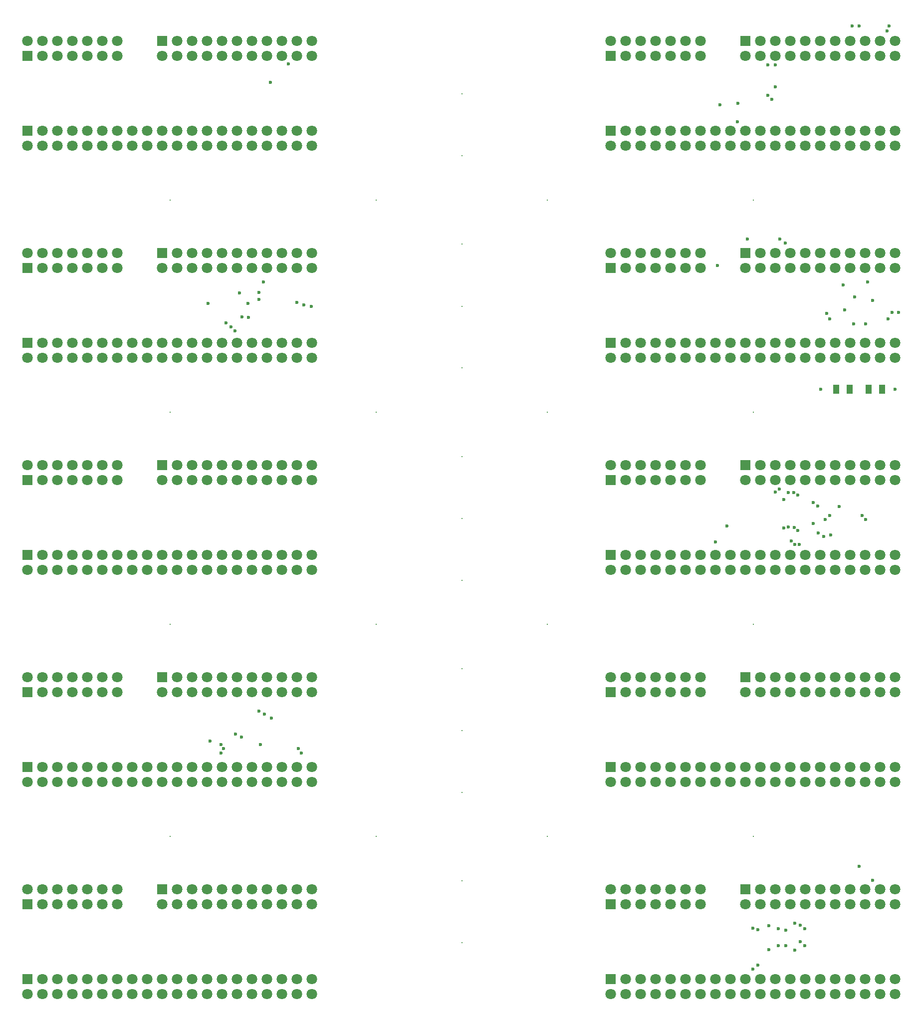
<source format=gbs>
G04*
G04 #@! TF.GenerationSoftware,Altium Limited,Altium Designer,22.2.1 (43)*
G04*
G04 Layer_Color=16711935*
%FSLAX24Y24*%
%MOIN*%
G70*
G04*
G04 #@! TF.SameCoordinates,419A5C8F-83EA-46CD-B97C-ABCF89401922*
G04*
G04*
G04 #@! TF.FilePolarity,Negative*
G04*
G01*
G75*
%ADD34C,0.0710*%
%ADD35R,0.0710X0.0710*%
%ADD36C,0.0080*%
%ADD37C,0.0236*%
%ADD42R,0.0434X0.0592*%
D34*
X51724Y61136D02*
D03*
Y60136D02*
D03*
X48724D02*
D03*
X49724D02*
D03*
Y61136D02*
D03*
X50724Y60136D02*
D03*
Y61136D02*
D03*
X52724D02*
D03*
Y60136D02*
D03*
X53724Y61136D02*
D03*
Y60136D02*
D03*
X54724Y61136D02*
D03*
Y60136D02*
D03*
X55724Y61136D02*
D03*
Y60136D02*
D03*
X56724Y61136D02*
D03*
Y60136D02*
D03*
X57724Y61136D02*
D03*
Y60136D02*
D03*
X58724Y61136D02*
D03*
Y60136D02*
D03*
X59724Y61136D02*
D03*
Y60136D02*
D03*
X60724Y61136D02*
D03*
Y60136D02*
D03*
X61724Y61136D02*
D03*
Y60136D02*
D03*
X62724Y61136D02*
D03*
Y60136D02*
D03*
X63724Y61136D02*
D03*
Y60136D02*
D03*
X64724Y61136D02*
D03*
Y60136D02*
D03*
X65724Y61136D02*
D03*
Y60136D02*
D03*
X66724Y61136D02*
D03*
Y60136D02*
D03*
X67724Y61136D02*
D03*
Y60136D02*
D03*
X54724Y67136D02*
D03*
Y66136D02*
D03*
X53724Y67136D02*
D03*
Y66136D02*
D03*
X52724Y67136D02*
D03*
Y66136D02*
D03*
X50724D02*
D03*
Y67136D02*
D03*
X49724Y66136D02*
D03*
Y67136D02*
D03*
X48724D02*
D03*
X51724D02*
D03*
Y66136D02*
D03*
X67724D02*
D03*
Y67136D02*
D03*
X60724D02*
D03*
Y66136D02*
D03*
X57724D02*
D03*
X58724D02*
D03*
Y67136D02*
D03*
X59724Y66136D02*
D03*
Y67136D02*
D03*
X61724D02*
D03*
Y66136D02*
D03*
X62724Y67136D02*
D03*
Y66136D02*
D03*
X63724Y67136D02*
D03*
Y66136D02*
D03*
X64724Y67136D02*
D03*
Y66136D02*
D03*
X65724Y67136D02*
D03*
Y66136D02*
D03*
X66724Y67136D02*
D03*
Y66136D02*
D03*
X51724Y51963D02*
D03*
Y52963D02*
D03*
X48724D02*
D03*
X49724D02*
D03*
Y51963D02*
D03*
X50724Y52963D02*
D03*
Y51963D02*
D03*
X52724D02*
D03*
Y52963D02*
D03*
X53724Y51963D02*
D03*
Y52963D02*
D03*
X54724Y51963D02*
D03*
Y52963D02*
D03*
X51724Y37789D02*
D03*
Y38789D02*
D03*
X48724D02*
D03*
X49724D02*
D03*
Y37789D02*
D03*
X50724Y38789D02*
D03*
Y37789D02*
D03*
X52724D02*
D03*
Y38789D02*
D03*
X53724Y37789D02*
D03*
Y38789D02*
D03*
X54724Y37789D02*
D03*
Y38789D02*
D03*
X51724Y23616D02*
D03*
Y24616D02*
D03*
X48724D02*
D03*
X49724D02*
D03*
Y23616D02*
D03*
X50724Y24616D02*
D03*
Y23616D02*
D03*
X52724D02*
D03*
Y24616D02*
D03*
X53724Y23616D02*
D03*
Y24616D02*
D03*
X54724Y23616D02*
D03*
Y24616D02*
D03*
X51724Y9443D02*
D03*
Y10443D02*
D03*
X48724D02*
D03*
X49724D02*
D03*
Y9443D02*
D03*
X50724Y10443D02*
D03*
Y9443D02*
D03*
X52724D02*
D03*
Y10443D02*
D03*
X53724Y9443D02*
D03*
Y10443D02*
D03*
X54724Y9443D02*
D03*
Y10443D02*
D03*
X12748Y66136D02*
D03*
Y67136D02*
D03*
X9748D02*
D03*
X10748D02*
D03*
Y66136D02*
D03*
X11748Y67136D02*
D03*
Y66136D02*
D03*
X13748D02*
D03*
Y67136D02*
D03*
X14748Y66136D02*
D03*
Y67136D02*
D03*
X15748Y66136D02*
D03*
Y67136D02*
D03*
X12748Y51963D02*
D03*
Y52963D02*
D03*
X9748D02*
D03*
X10748D02*
D03*
Y51963D02*
D03*
X11748Y52963D02*
D03*
Y51963D02*
D03*
X13748D02*
D03*
Y52963D02*
D03*
X14748Y51963D02*
D03*
Y52963D02*
D03*
X15748Y51963D02*
D03*
Y52963D02*
D03*
X12748Y37789D02*
D03*
Y38789D02*
D03*
X9748D02*
D03*
X10748D02*
D03*
Y37789D02*
D03*
X11748Y38789D02*
D03*
Y37789D02*
D03*
X13748D02*
D03*
Y38789D02*
D03*
X14748Y37789D02*
D03*
Y38789D02*
D03*
X15748Y37789D02*
D03*
Y38789D02*
D03*
X12748Y23616D02*
D03*
Y24616D02*
D03*
X9748D02*
D03*
X10748D02*
D03*
Y23616D02*
D03*
X11748Y24616D02*
D03*
Y23616D02*
D03*
X13748D02*
D03*
Y24616D02*
D03*
X14748Y23616D02*
D03*
Y24616D02*
D03*
X15748Y23616D02*
D03*
Y24616D02*
D03*
X12748Y9443D02*
D03*
Y10443D02*
D03*
X9748D02*
D03*
X10748D02*
D03*
Y9443D02*
D03*
X11748Y10443D02*
D03*
Y9443D02*
D03*
X13748D02*
D03*
Y10443D02*
D03*
X14748Y9443D02*
D03*
Y10443D02*
D03*
X15748Y9443D02*
D03*
Y10443D02*
D03*
X66724Y37789D02*
D03*
Y38789D02*
D03*
X65724Y37789D02*
D03*
Y38789D02*
D03*
X64724Y37789D02*
D03*
Y38789D02*
D03*
X63724Y37789D02*
D03*
Y38789D02*
D03*
X62724Y37789D02*
D03*
Y38789D02*
D03*
X61724Y37789D02*
D03*
Y38789D02*
D03*
X59724D02*
D03*
Y37789D02*
D03*
X58724Y38789D02*
D03*
Y37789D02*
D03*
X57724D02*
D03*
X60724D02*
D03*
Y38789D02*
D03*
X67724D02*
D03*
Y37789D02*
D03*
X66724Y51963D02*
D03*
Y52963D02*
D03*
X65724Y51963D02*
D03*
Y52963D02*
D03*
X64724Y51963D02*
D03*
Y52963D02*
D03*
X63724Y51963D02*
D03*
Y52963D02*
D03*
X62724Y51963D02*
D03*
Y52963D02*
D03*
X61724Y51963D02*
D03*
Y52963D02*
D03*
X59724D02*
D03*
Y51963D02*
D03*
X58724Y52963D02*
D03*
Y51963D02*
D03*
X57724D02*
D03*
X60724D02*
D03*
Y52963D02*
D03*
X67724D02*
D03*
Y51963D02*
D03*
Y45963D02*
D03*
Y46963D02*
D03*
X66724Y45963D02*
D03*
Y46963D02*
D03*
X65724Y45963D02*
D03*
Y46963D02*
D03*
X64724Y45963D02*
D03*
Y46963D02*
D03*
X63724Y45963D02*
D03*
Y46963D02*
D03*
X62724Y45963D02*
D03*
Y46963D02*
D03*
X61724Y45963D02*
D03*
Y46963D02*
D03*
X60724Y45963D02*
D03*
Y46963D02*
D03*
X59724Y45963D02*
D03*
Y46963D02*
D03*
X58724Y45963D02*
D03*
Y46963D02*
D03*
X57724Y45963D02*
D03*
Y46963D02*
D03*
X56724Y45963D02*
D03*
Y46963D02*
D03*
X55724Y45963D02*
D03*
Y46963D02*
D03*
X54724Y45963D02*
D03*
Y46963D02*
D03*
X53724Y45963D02*
D03*
Y46963D02*
D03*
X52724Y45963D02*
D03*
Y46963D02*
D03*
X50724D02*
D03*
Y45963D02*
D03*
X49724Y46963D02*
D03*
Y45963D02*
D03*
X48724D02*
D03*
X51724D02*
D03*
Y46963D02*
D03*
X67724Y31789D02*
D03*
Y32789D02*
D03*
X66724Y31789D02*
D03*
Y32789D02*
D03*
X65724Y31789D02*
D03*
Y32789D02*
D03*
X64724Y31789D02*
D03*
Y32789D02*
D03*
X63724Y31789D02*
D03*
Y32789D02*
D03*
X62724Y31789D02*
D03*
Y32789D02*
D03*
X61724Y31789D02*
D03*
Y32789D02*
D03*
X60724Y31789D02*
D03*
Y32789D02*
D03*
X59724Y31789D02*
D03*
Y32789D02*
D03*
X58724Y31789D02*
D03*
Y32789D02*
D03*
X57724Y31789D02*
D03*
Y32789D02*
D03*
X56724Y31789D02*
D03*
Y32789D02*
D03*
X55724Y31789D02*
D03*
Y32789D02*
D03*
X54724Y31789D02*
D03*
Y32789D02*
D03*
X53724Y31789D02*
D03*
Y32789D02*
D03*
X52724Y31789D02*
D03*
Y32789D02*
D03*
X50724D02*
D03*
Y31789D02*
D03*
X49724Y32789D02*
D03*
Y31789D02*
D03*
X48724D02*
D03*
X51724D02*
D03*
Y32789D02*
D03*
X66724Y23616D02*
D03*
Y24616D02*
D03*
X65724Y23616D02*
D03*
Y24616D02*
D03*
X64724Y23616D02*
D03*
Y24616D02*
D03*
X63724Y23616D02*
D03*
Y24616D02*
D03*
X62724Y23616D02*
D03*
Y24616D02*
D03*
X61724Y23616D02*
D03*
Y24616D02*
D03*
X59724D02*
D03*
Y23616D02*
D03*
X58724Y24616D02*
D03*
Y23616D02*
D03*
X57724D02*
D03*
X60724D02*
D03*
Y24616D02*
D03*
X67724D02*
D03*
Y23616D02*
D03*
Y17616D02*
D03*
Y18616D02*
D03*
X66724Y17616D02*
D03*
Y18616D02*
D03*
X65724Y17616D02*
D03*
Y18616D02*
D03*
X64724Y17616D02*
D03*
Y18616D02*
D03*
X63724Y17616D02*
D03*
Y18616D02*
D03*
X62724Y17616D02*
D03*
Y18616D02*
D03*
X61724Y17616D02*
D03*
Y18616D02*
D03*
X60724Y17616D02*
D03*
Y18616D02*
D03*
X59724Y17616D02*
D03*
Y18616D02*
D03*
X58724Y17616D02*
D03*
Y18616D02*
D03*
X57724Y17616D02*
D03*
Y18616D02*
D03*
X56724Y17616D02*
D03*
Y18616D02*
D03*
X55724Y17616D02*
D03*
Y18616D02*
D03*
X54724Y17616D02*
D03*
Y18616D02*
D03*
X53724Y17616D02*
D03*
Y18616D02*
D03*
X52724Y17616D02*
D03*
Y18616D02*
D03*
X50724D02*
D03*
Y17616D02*
D03*
X49724Y18616D02*
D03*
Y17616D02*
D03*
X48724D02*
D03*
X51724D02*
D03*
Y18616D02*
D03*
X66724Y9443D02*
D03*
Y10443D02*
D03*
X65724Y9443D02*
D03*
Y10443D02*
D03*
X64724Y9443D02*
D03*
Y10443D02*
D03*
X63724Y9443D02*
D03*
Y10443D02*
D03*
X62724Y9443D02*
D03*
Y10443D02*
D03*
X61724Y9443D02*
D03*
Y10443D02*
D03*
X59724D02*
D03*
Y9443D02*
D03*
X58724Y10443D02*
D03*
Y9443D02*
D03*
X57724D02*
D03*
X60724D02*
D03*
Y10443D02*
D03*
X67724D02*
D03*
Y9443D02*
D03*
Y3443D02*
D03*
Y4443D02*
D03*
X66724Y3443D02*
D03*
Y4443D02*
D03*
X65724Y3443D02*
D03*
Y4443D02*
D03*
X64724Y3443D02*
D03*
Y4443D02*
D03*
X63724Y3443D02*
D03*
Y4443D02*
D03*
X62724Y3443D02*
D03*
Y4443D02*
D03*
X61724Y3443D02*
D03*
Y4443D02*
D03*
X60724Y3443D02*
D03*
Y4443D02*
D03*
X59724Y3443D02*
D03*
Y4443D02*
D03*
X58724Y3443D02*
D03*
Y4443D02*
D03*
X57724Y3443D02*
D03*
Y4443D02*
D03*
X56724Y3443D02*
D03*
Y4443D02*
D03*
X55724Y3443D02*
D03*
Y4443D02*
D03*
X54724Y3443D02*
D03*
Y4443D02*
D03*
X53724Y3443D02*
D03*
Y4443D02*
D03*
X52724Y3443D02*
D03*
Y4443D02*
D03*
X50724D02*
D03*
Y3443D02*
D03*
X49724Y4443D02*
D03*
Y3443D02*
D03*
X48724D02*
D03*
X51724D02*
D03*
Y4443D02*
D03*
X27748Y66136D02*
D03*
Y67136D02*
D03*
X26748Y66136D02*
D03*
Y67136D02*
D03*
X25748Y66136D02*
D03*
Y67136D02*
D03*
X24748Y66136D02*
D03*
Y67136D02*
D03*
X23748Y66136D02*
D03*
Y67136D02*
D03*
X22748Y66136D02*
D03*
Y67136D02*
D03*
X20748D02*
D03*
Y66136D02*
D03*
X19748Y67136D02*
D03*
Y66136D02*
D03*
X18748D02*
D03*
X21748D02*
D03*
Y67136D02*
D03*
X28748D02*
D03*
Y66136D02*
D03*
Y60136D02*
D03*
Y61136D02*
D03*
X27748Y60136D02*
D03*
Y61136D02*
D03*
X26748Y60136D02*
D03*
Y61136D02*
D03*
X25748Y60136D02*
D03*
Y61136D02*
D03*
X24748Y60136D02*
D03*
Y61136D02*
D03*
X23748Y60136D02*
D03*
Y61136D02*
D03*
X22748Y60136D02*
D03*
Y61136D02*
D03*
X21748Y60136D02*
D03*
Y61136D02*
D03*
X20748Y60136D02*
D03*
Y61136D02*
D03*
X19748Y60136D02*
D03*
Y61136D02*
D03*
X18748Y60136D02*
D03*
Y61136D02*
D03*
X17748Y60136D02*
D03*
Y61136D02*
D03*
X16748Y60136D02*
D03*
Y61136D02*
D03*
X15748Y60136D02*
D03*
Y61136D02*
D03*
X14748Y60136D02*
D03*
Y61136D02*
D03*
X13748Y60136D02*
D03*
Y61136D02*
D03*
X11748D02*
D03*
Y60136D02*
D03*
X10748Y61136D02*
D03*
Y60136D02*
D03*
X9748D02*
D03*
X12748D02*
D03*
Y61136D02*
D03*
X27748Y51963D02*
D03*
Y52963D02*
D03*
X26748Y51963D02*
D03*
Y52963D02*
D03*
X25748Y51963D02*
D03*
Y52963D02*
D03*
X24748Y51963D02*
D03*
Y52963D02*
D03*
X23748Y51963D02*
D03*
Y52963D02*
D03*
X22748Y51963D02*
D03*
Y52963D02*
D03*
X20748D02*
D03*
Y51963D02*
D03*
X19748Y52963D02*
D03*
Y51963D02*
D03*
X18748D02*
D03*
X21748D02*
D03*
Y52963D02*
D03*
X28748D02*
D03*
Y51963D02*
D03*
Y45963D02*
D03*
Y46963D02*
D03*
X27748Y45963D02*
D03*
Y46963D02*
D03*
X26748Y45963D02*
D03*
Y46963D02*
D03*
X25748Y45963D02*
D03*
Y46963D02*
D03*
X24748Y45963D02*
D03*
Y46963D02*
D03*
X23748Y45963D02*
D03*
Y46963D02*
D03*
X22748Y45963D02*
D03*
Y46963D02*
D03*
X21748Y45963D02*
D03*
Y46963D02*
D03*
X20748Y45963D02*
D03*
Y46963D02*
D03*
X19748Y45963D02*
D03*
Y46963D02*
D03*
X18748Y45963D02*
D03*
Y46963D02*
D03*
X17748Y45963D02*
D03*
Y46963D02*
D03*
X16748Y45963D02*
D03*
Y46963D02*
D03*
X15748Y45963D02*
D03*
Y46963D02*
D03*
X14748Y45963D02*
D03*
Y46963D02*
D03*
X13748Y45963D02*
D03*
Y46963D02*
D03*
X11748D02*
D03*
Y45963D02*
D03*
X10748Y46963D02*
D03*
Y45963D02*
D03*
X9748D02*
D03*
X12748D02*
D03*
Y46963D02*
D03*
X28748Y31789D02*
D03*
Y32789D02*
D03*
X27748Y31789D02*
D03*
Y32789D02*
D03*
X26748Y31789D02*
D03*
Y32789D02*
D03*
X25748Y31789D02*
D03*
Y32789D02*
D03*
X24748Y31789D02*
D03*
Y32789D02*
D03*
X23748Y31789D02*
D03*
Y32789D02*
D03*
X22748Y31789D02*
D03*
Y32789D02*
D03*
X21748Y31789D02*
D03*
Y32789D02*
D03*
X20748Y31789D02*
D03*
Y32789D02*
D03*
X19748Y31789D02*
D03*
Y32789D02*
D03*
X18748Y31789D02*
D03*
Y32789D02*
D03*
X17748Y31789D02*
D03*
Y32789D02*
D03*
X16748Y31789D02*
D03*
Y32789D02*
D03*
X15748Y31789D02*
D03*
Y32789D02*
D03*
X14748Y31789D02*
D03*
Y32789D02*
D03*
X13748Y31789D02*
D03*
Y32789D02*
D03*
X11748D02*
D03*
Y31789D02*
D03*
X10748Y32789D02*
D03*
Y31789D02*
D03*
X9748D02*
D03*
X12748D02*
D03*
Y32789D02*
D03*
X27748Y37789D02*
D03*
Y38789D02*
D03*
X26748Y37789D02*
D03*
Y38789D02*
D03*
X25748Y37789D02*
D03*
Y38789D02*
D03*
X24748Y37789D02*
D03*
Y38789D02*
D03*
X23748Y37789D02*
D03*
Y38789D02*
D03*
X22748Y37789D02*
D03*
Y38789D02*
D03*
X20748D02*
D03*
Y37789D02*
D03*
X19748Y38789D02*
D03*
Y37789D02*
D03*
X18748D02*
D03*
X21748D02*
D03*
Y38789D02*
D03*
X28748D02*
D03*
Y37789D02*
D03*
Y23616D02*
D03*
Y24616D02*
D03*
X21748D02*
D03*
Y23616D02*
D03*
X18748D02*
D03*
X19748D02*
D03*
Y24616D02*
D03*
X20748Y23616D02*
D03*
Y24616D02*
D03*
X22748D02*
D03*
Y23616D02*
D03*
X23748Y24616D02*
D03*
Y23616D02*
D03*
X24748Y24616D02*
D03*
Y23616D02*
D03*
X25748Y24616D02*
D03*
Y23616D02*
D03*
X26748Y24616D02*
D03*
Y23616D02*
D03*
X27748Y24616D02*
D03*
Y23616D02*
D03*
X10748Y18616D02*
D03*
Y17616D02*
D03*
X11748Y18616D02*
D03*
Y17616D02*
D03*
X12748Y18616D02*
D03*
Y17616D02*
D03*
X13748Y18616D02*
D03*
Y17616D02*
D03*
X14748Y18616D02*
D03*
Y17616D02*
D03*
X15748Y18616D02*
D03*
Y17616D02*
D03*
X16748Y18616D02*
D03*
Y17616D02*
D03*
X17748Y18616D02*
D03*
Y17616D02*
D03*
X18748Y18616D02*
D03*
Y17616D02*
D03*
X19748Y18616D02*
D03*
Y17616D02*
D03*
X20748Y18616D02*
D03*
Y17616D02*
D03*
X21748Y18616D02*
D03*
Y17616D02*
D03*
X22748Y18616D02*
D03*
Y17616D02*
D03*
X23748Y18616D02*
D03*
Y17616D02*
D03*
X24748Y18616D02*
D03*
Y17616D02*
D03*
X25748Y18616D02*
D03*
Y17616D02*
D03*
X26748Y18616D02*
D03*
Y17616D02*
D03*
X27748Y18616D02*
D03*
Y17616D02*
D03*
X28748Y18616D02*
D03*
Y17616D02*
D03*
X9748D02*
D03*
X28748Y9443D02*
D03*
Y10443D02*
D03*
X21748D02*
D03*
Y9443D02*
D03*
X18748D02*
D03*
X19748D02*
D03*
Y10443D02*
D03*
X20748Y9443D02*
D03*
Y10443D02*
D03*
X22748D02*
D03*
Y9443D02*
D03*
X23748Y10443D02*
D03*
Y9443D02*
D03*
X24748Y10443D02*
D03*
Y9443D02*
D03*
X25748Y10443D02*
D03*
Y9443D02*
D03*
X26748Y10443D02*
D03*
Y9443D02*
D03*
X27748Y10443D02*
D03*
Y9443D02*
D03*
X12748Y4443D02*
D03*
Y3443D02*
D03*
X9748D02*
D03*
X10748D02*
D03*
Y4443D02*
D03*
X11748Y3443D02*
D03*
Y4443D02*
D03*
X13748D02*
D03*
Y3443D02*
D03*
X14748Y4443D02*
D03*
Y3443D02*
D03*
X15748Y4443D02*
D03*
Y3443D02*
D03*
X16748Y4443D02*
D03*
Y3443D02*
D03*
X17748Y4443D02*
D03*
Y3443D02*
D03*
X18748Y4443D02*
D03*
Y3443D02*
D03*
X19748Y4443D02*
D03*
Y3443D02*
D03*
X20748Y4443D02*
D03*
Y3443D02*
D03*
X21748Y4443D02*
D03*
Y3443D02*
D03*
X22748Y4443D02*
D03*
Y3443D02*
D03*
X23748Y4443D02*
D03*
Y3443D02*
D03*
X24748Y4443D02*
D03*
Y3443D02*
D03*
X25748Y4443D02*
D03*
Y3443D02*
D03*
X26748Y4443D02*
D03*
Y3443D02*
D03*
X27748Y4443D02*
D03*
Y3443D02*
D03*
X28748Y4443D02*
D03*
Y3443D02*
D03*
D35*
X48724Y61136D02*
D03*
Y66136D02*
D03*
X57724Y67136D02*
D03*
X48724Y51963D02*
D03*
Y37789D02*
D03*
Y23616D02*
D03*
Y9443D02*
D03*
X9748Y66136D02*
D03*
Y51963D02*
D03*
Y37789D02*
D03*
Y23616D02*
D03*
Y9443D02*
D03*
X57724Y38789D02*
D03*
Y52963D02*
D03*
X48724Y46963D02*
D03*
Y32789D02*
D03*
X57724Y24616D02*
D03*
X48724Y18616D02*
D03*
X57724Y10443D02*
D03*
X48724Y4443D02*
D03*
X18748Y67136D02*
D03*
X9748Y61136D02*
D03*
X18748Y52963D02*
D03*
X9748Y46963D02*
D03*
Y32789D02*
D03*
X18748Y38789D02*
D03*
Y24616D02*
D03*
X9748Y18616D02*
D03*
X18748Y10443D02*
D03*
X9748Y4443D02*
D03*
D36*
X19291Y56496D02*
D03*
X58268D02*
D03*
X44488D02*
D03*
X58268Y42323D02*
D03*
X44488D02*
D03*
X38780Y59449D02*
D03*
Y63583D02*
D03*
X58268Y28150D02*
D03*
X44488D02*
D03*
X38780Y16929D02*
D03*
Y21063D02*
D03*
Y25197D02*
D03*
X19291Y28150D02*
D03*
X33071D02*
D03*
X38780Y31102D02*
D03*
Y35236D02*
D03*
Y39370D02*
D03*
Y53543D02*
D03*
Y49409D02*
D03*
Y45276D02*
D03*
X33071Y42323D02*
D03*
X19291D02*
D03*
X33071Y56496D02*
D03*
X44488Y13976D02*
D03*
X58268D02*
D03*
X38780Y11024D02*
D03*
Y6890D02*
D03*
X19291Y13976D02*
D03*
X33071D02*
D03*
D37*
X62608Y34272D02*
D03*
X60980Y34642D02*
D03*
X60598Y34646D02*
D03*
X60785Y33737D02*
D03*
X61024Y33484D02*
D03*
X61213Y34429D02*
D03*
X60276Y34606D02*
D03*
X61339Y33484D02*
D03*
X61216Y36788D02*
D03*
X60591Y36949D02*
D03*
X60945D02*
D03*
X60276Y36488D02*
D03*
X65748Y35157D02*
D03*
X63071D02*
D03*
X62258Y34896D02*
D03*
X62559Y36043D02*
D03*
X63409Y34110D02*
D03*
X62953Y34016D02*
D03*
X63976Y36024D02*
D03*
X65512Y35433D02*
D03*
X63346D02*
D03*
X62244Y36280D02*
D03*
X55709Y33661D02*
D03*
X56496Y34724D02*
D03*
X67520Y48976D02*
D03*
X64370Y49173D02*
D03*
X67953Y48976D02*
D03*
X65906Y51024D02*
D03*
X67248Y48547D02*
D03*
X64961Y48228D02*
D03*
X65748D02*
D03*
X64252Y50827D02*
D03*
X65039Y50039D02*
D03*
X57874Y53898D02*
D03*
X60039D02*
D03*
X59291Y6417D02*
D03*
X61024Y6378D02*
D03*
X60433Y7736D02*
D03*
X58543Y7756D02*
D03*
X59295Y8028D02*
D03*
X58543Y5394D02*
D03*
X58228Y5118D02*
D03*
Y7874D02*
D03*
X65315Y12008D02*
D03*
X25240Y49846D02*
D03*
X24051Y20626D02*
D03*
X23661Y20827D02*
D03*
X25315Y20118D02*
D03*
X56024Y62874D02*
D03*
X59488Y63228D02*
D03*
X57209Y62949D02*
D03*
X59216Y63500D02*
D03*
X59724Y64055D02*
D03*
X59213Y65512D02*
D03*
X59724D02*
D03*
X64843Y68110D02*
D03*
X65315D02*
D03*
X67323D02*
D03*
X67205Y67795D02*
D03*
X57205Y61732D02*
D03*
X60433Y6693D02*
D03*
X59909D02*
D03*
X61378Y8071D02*
D03*
Y6969D02*
D03*
X28740Y49409D02*
D03*
X28228Y49488D02*
D03*
X23346Y48032D02*
D03*
X23622Y47756D02*
D03*
X23031Y48307D02*
D03*
X27756Y49646D02*
D03*
X55866Y52126D02*
D03*
X60394Y53622D02*
D03*
X21969Y20354D02*
D03*
X26063Y21890D02*
D03*
X66220Y11063D02*
D03*
Y49803D02*
D03*
X67717Y43858D02*
D03*
X62756D02*
D03*
X63346Y48543D02*
D03*
X63150Y48937D02*
D03*
X60000Y37205D02*
D03*
X59724Y37008D02*
D03*
X61693Y6693D02*
D03*
X59921Y7835D02*
D03*
X61024Y8189D02*
D03*
X61693Y7835D02*
D03*
X25984Y64370D02*
D03*
X27205Y65591D02*
D03*
X24528Y48661D02*
D03*
X24094Y48701D02*
D03*
X25512Y51024D02*
D03*
X21811Y49606D02*
D03*
X24488D02*
D03*
X23934Y50304D02*
D03*
X25236Y50315D02*
D03*
X25591Y22165D02*
D03*
X25236Y22362D02*
D03*
X22677Y20118D02*
D03*
X22874Y19843D02*
D03*
X27874D02*
D03*
X28071Y19567D02*
D03*
X22677D02*
D03*
D42*
X65964Y43858D02*
D03*
X66870D02*
D03*
X63799Y43858D02*
D03*
X64705D02*
D03*
M02*

</source>
